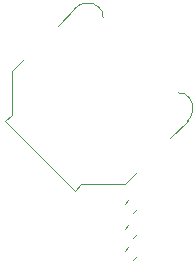
<source format=gbo>
%TF.GenerationSoftware,KiCad,Pcbnew,(5.1.8)-1*%
%TF.CreationDate,2020-12-24T12:29:03-03:00*%
%TF.ProjectId,christmasornament,63687269-7374-46d6-9173-6f726e616d65,rev?*%
%TF.SameCoordinates,Original*%
%TF.FileFunction,Legend,Bot*%
%TF.FilePolarity,Positive*%
%FSLAX46Y46*%
G04 Gerber Fmt 4.6, Leading zero omitted, Abs format (unit mm)*
G04 Created by KiCad (PCBNEW (5.1.8)-1) date 2020-12-24 12:29:03*
%MOMM*%
%LPD*%
G01*
G04 APERTURE LIST*
%ADD10C,0.120000*%
G04 APERTURE END LIST*
D10*
%TO.C,R1*%
X44712770Y25341697D02*
X45048303Y25677230D01*
X45451697Y24602770D02*
X45787230Y24938303D01*
%TO.C,R2*%
X44712770Y27191697D02*
X45048303Y27527230D01*
X45451697Y26452770D02*
X45787230Y26788303D01*
%TO.C,R3*%
X45451697Y28586133D02*
X45787230Y28921666D01*
X44712770Y29325060D02*
X45048303Y29660593D01*
%TO.C,BT1*%
X44733452Y31037511D02*
X45758757Y32062816D01*
X41056497Y31037511D02*
X44733452Y31037511D01*
X40490812Y30471825D02*
X41056497Y31037511D01*
X34621825Y36340812D02*
X40490812Y30471825D01*
X35187511Y36906497D02*
X34621825Y36340812D01*
X35187511Y40583452D02*
X35187511Y36906497D01*
X36212816Y41608757D02*
X35187511Y40583452D01*
X39041243Y44437184D02*
X40526167Y45922109D01*
X48587184Y34891243D02*
X50072109Y36376167D01*
X50177309Y38369886D02*
G75*
G03*
X49258936Y38744975I-784023J-607790D01*
G01*
X42519886Y46027309D02*
G75*
G02*
X42894975Y45108936I-607790J-784023D01*
G01*
X50036753Y36340811D02*
G75*
G03*
X50107464Y38462132I-1025305J1096016D01*
G01*
X40490811Y45886753D02*
G75*
G02*
X42612132Y45957464I1096016J-1025305D01*
G01*
%TD*%
M02*

</source>
